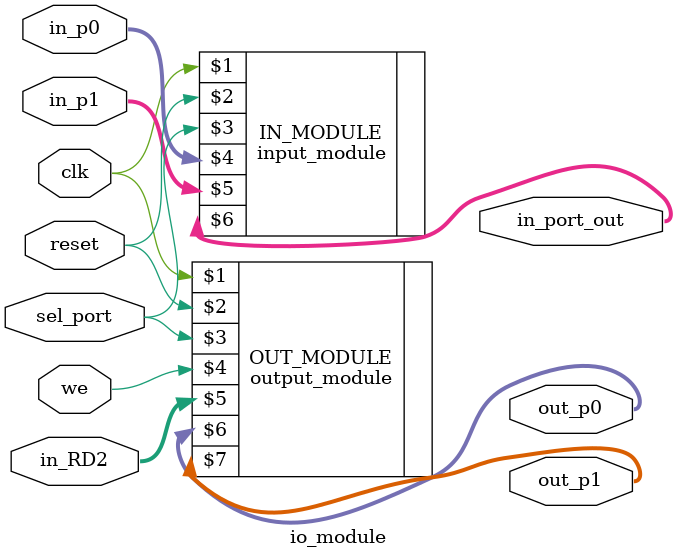
<source format=v>
module io_module ( input wire clk, reset, sel_port, we, input wire [7:0] in_p0, in_p1, in_RD2, output wire [7:0] out_p0, out_p1, in_port_out );

   
    input_module IN_MODULE(clk, reset, sel_port, in_p0, in_p1, in_port_out);

    output_module OUT_MODULE(clk, reset, sel_port, we, in_RD2, out_p0, out_p1);


    
endmodule
</source>
